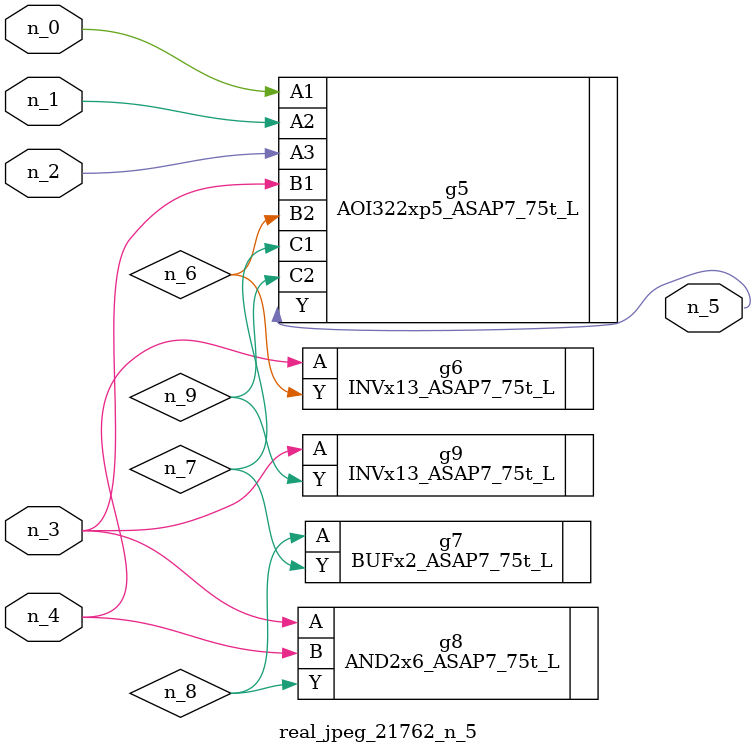
<source format=v>
module real_jpeg_21762_n_5 (n_4, n_0, n_1, n_2, n_3, n_5);

input n_4;
input n_0;
input n_1;
input n_2;
input n_3;

output n_5;

wire n_8;
wire n_6;
wire n_7;
wire n_9;

AOI322xp5_ASAP7_75t_L g5 ( 
.A1(n_0),
.A2(n_1),
.A3(n_2),
.B1(n_3),
.B2(n_6),
.C1(n_7),
.C2(n_9),
.Y(n_5)
);

AND2x6_ASAP7_75t_L g8 ( 
.A(n_3),
.B(n_4),
.Y(n_8)
);

INVx13_ASAP7_75t_L g9 ( 
.A(n_3),
.Y(n_9)
);

INVx13_ASAP7_75t_L g6 ( 
.A(n_4),
.Y(n_6)
);

BUFx2_ASAP7_75t_L g7 ( 
.A(n_8),
.Y(n_7)
);


endmodule
</source>
